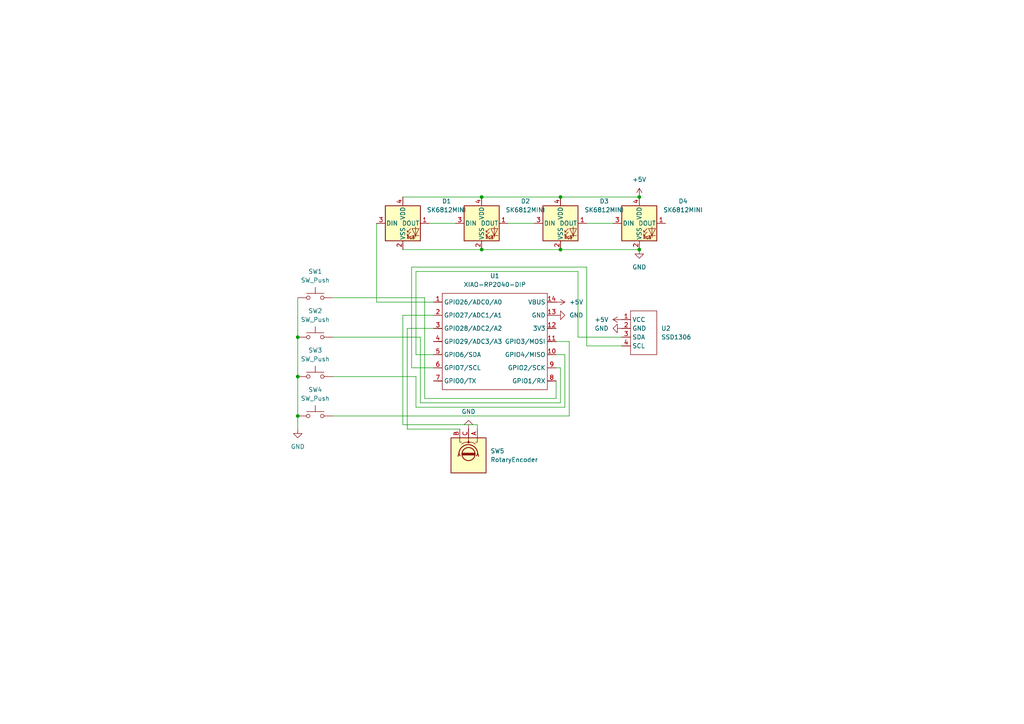
<source format=kicad_sch>
(kicad_sch (version 20250114) (generator "eeschema") (generator_version "9.0")
  (paper "A4")
  (lib_symbols
    (symbol "Device:RotaryEncoder" (pin_names (offset 0.254) (hide yes))
      (property "Reference" "SW" (at 0 6.604 0))
      (property "Value" "RotaryEncoder" (at 0 -6.604 0))
      (symbol "RotaryEncoder_0_1"
        (rectangle (start -5.08 5.08) (end 5.08 -5.08) (stroke (width 0.254)) (fill (type background)))
        (polyline (pts (xy -5.08 2.54) (xy -3.81 2.54) (xy -3.81 2.032)))
        (polyline (pts (xy -5.08 0) (xy -3.81 0) (xy -3.81 -1.016) (xy -3.302 -2.032)))
        (polyline (pts (xy -5.08 -2.54) (xy -3.81 -2.54) (xy -3.81 -2.032)))
        (polyline (pts (xy -4.318 0) (xy -3.81 0) (xy -3.81 1.016) (xy -3.302 2.032)))
        (circle (center -3.81 0) (radius 0.254) (fill (type outline)))
        (polyline (pts (xy -0.635 -1.778) (xy -0.635 1.778)) (stroke (width 0.254)))
        (circle (center -0.381 0) (radius 1.905) (stroke (width 0.254)))
        (polyline (pts (xy -0.381 -1.778) (xy -0.381 1.778)) (stroke (width 0.254)))
        (arc (start -0.381 -2.794) (mid -3.0988 -0.0635) (end -0.381 2.667) (stroke (width 0.254)))
        (polyline (pts (xy -0.127 1.778) (xy -0.127 -1.778)) (stroke (width 0.254)))
        (polyline (pts (xy 0.254 2.921) (xy -0.508 2.667) (xy 0.127 2.286)) (stroke (width 0.254)))
        (polyline (pts (xy 0.254 -3.048) (xy -0.508 -2.794) (xy 0.127 -2.413)) (stroke (width 0.254)))
      )
      (symbol "RotaryEncoder_1_1"
        (pin passive line (at -7.62 2.54 0) (length 2.54) (name "A") (number "A"))
        (pin passive line (at -7.62 0 0) (length 2.54) (name "C") (number "C"))
        (pin passive line (at -7.62 -2.54 0) (length 2.54) (name "B") (number "B"))
      )
    )
    (symbol "LED:SK6812MINI" (pin_names (offset 0.254))
      (property "Reference" "D" (at 5.08 5.715 0))
      (property "Value" "SK6812MINI" (at 1.27 -5.715 0))
      (symbol "SK6812MINI_0_0"
        (text "RGB" (at 2.286 -4.191 0) (effects (font (size 0.762 0.762))))
      )
      (symbol "SK6812MINI_0_1"
        (polyline (pts (xy 1.27 -2.54) (xy 1.778 -2.54)))
        (polyline (pts (xy 1.27 -3.556) (xy 1.778 -3.556)))
        (polyline (pts (xy 2.286 -1.524) (xy 1.27 -2.54) (xy 1.27 -2.032)))
        (polyline (pts (xy 2.286 -2.54) (xy 1.27 -3.556) (xy 1.27 -3.048)))
        (polyline (pts (xy 3.683 -1.016) (xy 3.683 -3.556) (xy 3.683 -4.064)))
        (polyline (pts (xy 4.699 -1.524) (xy 2.667 -1.524) (xy 3.683 -3.556) (xy 4.699 -1.524)))
        (polyline (pts (xy 4.699 -3.556) (xy 2.667 -3.556)))
        (rectangle (start 5.08 5.08) (end -5.08 -5.08) (stroke (width 0.254)) (fill (type background)))
      )
      (symbol "SK6812MINI_1_1"
        (pin input line (at -7.62 0 0) (length 2.54) (name "DIN") (number "3"))
        (pin power_in line (at 0 7.62 270) (length 2.54) (name "VDD") (number "4"))
        (pin power_in line (at 0 -7.62 90) (length 2.54) (name "VSS") (number "2"))
        (pin output line (at 7.62 0 180) (length 2.54) (name "DOUT") (number "1"))
      )
    )
    (symbol "OLED0.91:OLED_0.91"
      (property "Reference" "U" (at -4.318 4.826 0))
      (symbol "OLED_0.91_0_1"
        (rectangle (start 2.54 5.08) (end 10.16 -7.62))
      )
      (symbol "OLED_0.91_1_1"
        (pin passive line (at 0 2.54 0) (length 2.54) (name "VCC") (number "1"))
        (pin passive line (at 0 0 0) (length 2.54) (name "GND") (number "2"))
        (pin passive line (at 0 -2.54 0) (length 2.54) (name "SDA") (number "3"))
        (pin passive line (at 0 -5.08 0) (length 2.54) (name "SCL") (number "4"))
      )
    )
    (symbol "Seeed_Studio_XIAO_Series:XIAO-RP2040-DIP"
      (property "Reference" "U" (at 0 0 0))
      (property "Value" "XIAO-RP2040-DIP" (at 5.334 -1.778 0))
      (symbol "XIAO-RP2040-DIP_1_0"
        (polyline (pts (xy -1.27 -2.54) (xy 29.21 -2.54)) (stroke (width 0.1524)))
        (polyline (pts (xy -1.27 -5.08) (xy -2.54 -5.08)) (stroke (width 0.1524)))
        (polyline (pts (xy -1.27 -5.08) (xy -1.27 -2.54)) (stroke (width 0.1524)))
        (polyline (pts (xy -1.27 -8.89) (xy -2.54 -8.89)) (stroke (width 0.1524)))
        (polyline (pts (xy -1.27 -8.89) (xy -1.27 -5.08)) (stroke (width 0.1524)))
        (polyline (pts (xy -1.27 -12.7) (xy -2.54 -12.7)) (stroke (width 0.1524)))
        (polyline (pts (xy -1.27 -12.7) (xy -1.27 -8.89)) (stroke (width 0.1524)))
        (polyline (pts (xy -1.27 -16.51) (xy -2.54 -16.51)) (stroke (width 0.1524)))
        (polyline (pts (xy -1.27 -16.51) (xy -1.27 -12.7)) (stroke (width 0.1524)))
        (polyline (pts (xy -1.27 -20.32) (xy -2.54 -20.32)) (stroke (width 0.1524)))
        (polyline (pts (xy -1.27 -24.13) (xy -2.54 -24.13)) (stroke (width 0.1524)))
        (polyline (pts (xy -1.27 -27.94) (xy -2.54 -27.94)) (stroke (width 0.1524)))
        (polyline (pts (xy -1.27 -30.48) (xy -1.27 -16.51)) (stroke (width 0.1524)))
        (polyline (pts (xy 29.21 -2.54) (xy 29.21 -5.08)) (stroke (width 0.1524)))
        (polyline (pts (xy 29.21 -5.08) (xy 29.21 -8.89)) (stroke (width 0.1524)))
        (polyline (pts (xy 29.21 -8.89) (xy 29.21 -12.7)) (stroke (width 0.1524)))
        (polyline (pts (xy 29.21 -12.7) (xy 29.21 -30.48)) (stroke (width 0.1524)))
        (polyline (pts (xy 29.21 -30.48) (xy -1.27 -30.48)) (stroke (width 0.1524)))
        (polyline (pts (xy 30.48 -5.08) (xy 29.21 -5.08)) (stroke (width 0.1524)))
        (polyline (pts (xy 30.48 -8.89) (xy 29.21 -8.89)) (stroke (width 0.1524)))
        (polyline (pts (xy 30.48 -12.7) (xy 29.21 -12.7)) (stroke (width 0.1524)))
        (polyline (pts (xy 30.48 -16.51) (xy 29.21 -16.51)) (stroke (width 0.1524)))
        (polyline (pts (xy 30.48 -20.32) (xy 29.21 -20.32)) (stroke (width 0.1524)))
        (polyline (pts (xy 30.48 -24.13) (xy 29.21 -24.13)) (stroke (width 0.1524)))
        (polyline (pts (xy 30.48 -27.94) (xy 29.21 -27.94)) (stroke (width 0.1524)))
        (pin passive line (at -3.81 -5.08 0) (length 2.54) (name "GPIO26/ADC0/A0") (number "1"))
        (pin passive line (at -3.81 -8.89 0) (length 2.54) (name "GPIO27/ADC1/A1") (number "2"))
        (pin passive line (at -3.81 -12.7 0) (length 2.54) (name "GPIO28/ADC2/A2") (number "3"))
        (pin passive line (at -3.81 -16.51 0) (length 2.54) (name "GPIO29/ADC3/A3") (number "4"))
        (pin passive line (at -3.81 -20.32 0) (length 2.54) (name "GPIO6/SDA") (number "5"))
        (pin passive line (at -3.81 -24.13 0) (length 2.54) (name "GPIO7/SCL") (number "6"))
        (pin passive line (at -3.81 -27.94 0) (length 2.54) (name "GPIO0/TX") (number "7"))
        (pin passive line (at 31.75 -5.08 180) (length 2.54) (name "VBUS") (number "14"))
        (pin passive line (at 31.75 -8.89 180) (length 2.54) (name "GND") (number "13"))
        (pin passive line (at 31.75 -12.7 180) (length 2.54) (name "3V3") (number "12"))
        (pin passive line (at 31.75 -16.51 180) (length 2.54) (name "GPIO3/MOSI") (number "11"))
        (pin passive line (at 31.75 -20.32 180) (length 2.54) (name "GPIO4/MISO") (number "10"))
        (pin passive line (at 31.75 -24.13 180) (length 2.54) (name "GPIO2/SCK") (number "9"))
        (pin passive line (at 31.75 -27.94 180) (length 2.54) (name "GPIO1/RX") (number "8"))
      )
    )
    (symbol "Switch:SW_Push" (pin_numbers (hide yes)) (pin_names (offset 1.016) (hide yes))
      (property "Reference" "SW" (at 1.27 2.54 0))
      (property "Value" "SW_Push" (at 0 -1.524 0))
      (symbol "SW_Push_0_1"
        (circle (center -2.032 0) (radius 0.508))
        (polyline (pts (xy 0 1.27) (xy 0 3.048)))
        (circle (center 2.032 0) (radius 0.508))
        (polyline (pts (xy 2.54 1.27) (xy -2.54 1.27)))
        (pin passive line (at -5.08 0 0) (length 2.54) (name "1") (number "1"))
        (pin passive line (at 5.08 0 180) (length 2.54) (name "2") (number "2"))
      )
    )
    (symbol "power:+5V" (power) (pin_numbers (hide yes)) (pin_names (offset 0) (hide yes))
      (property "Value" "+5V" (at 0 3.556 0))
      (symbol "+5V_0_1"
        (polyline (pts (xy -0.762 1.27) (xy 0 2.54)))
        (polyline (pts (xy 0 2.54) (xy 0.762 1.27)))
        (polyline (pts (xy 0 0) (xy 0 2.54)))
      )
      (symbol "+5V_1_1"
        (pin power_in line (at 0 0 90) (length 0) (name "~") (number "1"))
      )
    )
    (symbol "power:GND" (power) (pin_numbers (hide yes)) (pin_names (offset 0) (hide yes))
      (property "Value" "GND" (at 0 -3.81 0))
      (symbol "GND_0_1"
        (polyline (pts (xy 0 0) (xy 0 -1.27) (xy 1.27 -1.27) (xy 0 -2.54) (xy -1.27 -1.27) (xy 0 -1.27)))
      )
      (symbol "GND_1_1"
        (pin power_in line (at 0 0 270) (length 0) (name "~") (number "1"))
      )
    )
  )
  (junction (at 185.42 57.15))
  (junction (at 162.56 72.39))
  (junction (at 162.56 57.15))
  (junction (at 139.7 57.15))
  (junction (at 86.36 120.65))
  (junction (at 86.36 109.22))
  (junction (at 86.36 97.79))
  (junction (at 139.7 72.39))
  (junction (at 185.42 72.39))
  (wire (pts (xy 96.52 86.36) (xy 123.19 86.36)))
  (wire (pts (xy 162.56 106.68) (xy 161.29 106.68)))
  (wire (pts (xy 162.56 116.84) (xy 162.56 106.68)))
  (wire (pts (xy 138.43 124.46) (xy 138.43 123.19)))
  (wire (pts (xy 161.29 115.57) (xy 161.29 110.49)))
  (wire (pts (xy 163.83 102.87) (xy 161.29 102.87)))
  (wire (pts (xy 120.65 78.74) (xy 120.65 102.87)))
  (wire (pts (xy 96.52 120.65) (xy 165.1 120.65)))
  (wire (pts (xy 180.34 97.79) (xy 167.64 97.79)))
  (wire (pts (xy 170.18 100.33) (xy 170.18 77.47)))
  (wire (pts (xy 133.35 124.46) (xy 118.11 124.46)))
  (wire (pts (xy 170.18 77.47) (xy 119.38 77.47)))
  (wire (pts (xy 163.83 118.11) (xy 163.83 102.87)))
  (wire (pts (xy 119.38 77.47) (xy 119.38 106.68)))
  (wire (pts (xy 109.22 87.63) (xy 125.73 87.63)))
  (wire (pts (xy 109.22 64.77) (xy 109.22 87.63)))
  (wire (pts (xy 86.36 97.79) (xy 86.36 109.22)))
  (wire (pts (xy 167.64 78.74) (xy 120.65 78.74)))
  (wire (pts (xy 139.7 57.15) (xy 162.56 57.15)))
  (wire (pts (xy 96.52 109.22) (xy 120.65 109.22)))
  (wire (pts (xy 116.84 57.15) (xy 139.7 57.15)))
  (wire (pts (xy 124.46 64.77) (xy 132.08 64.77)))
  (wire (pts (xy 121.92 116.84) (xy 162.56 116.84)))
  (wire (pts (xy 180.34 100.33) (xy 170.18 100.33)))
  (wire (pts (xy 165.1 99.06) (xy 161.29 99.06)))
  (wire (pts (xy 162.56 57.15) (xy 185.42 57.15)))
  (wire (pts (xy 138.43 123.19) (xy 116.84 123.19)))
  (wire (pts (xy 139.7 72.39) (xy 162.56 72.39)))
  (wire (pts (xy 118.11 124.46) (xy 118.11 95.25)))
  (wire (pts (xy 86.36 86.36) (xy 86.36 97.79)))
  (wire (pts (xy 123.19 86.36) (xy 123.19 115.57)))
  (wire (pts (xy 86.36 109.22) (xy 86.36 120.65)))
  (wire (pts (xy 162.56 72.39) (xy 185.42 72.39)))
  (wire (pts (xy 119.38 106.68) (xy 125.73 106.68)))
  (wire (pts (xy 116.84 123.19) (xy 116.84 91.44)))
  (wire (pts (xy 167.64 97.79) (xy 167.64 78.74)))
  (wire (pts (xy 118.11 95.25) (xy 125.73 95.25)))
  (wire (pts (xy 96.52 97.79) (xy 121.92 97.79)))
  (wire (pts (xy 121.92 97.79) (xy 121.92 116.84)))
  (wire (pts (xy 116.84 91.44) (xy 125.73 91.44)))
  (wire (pts (xy 123.19 115.57) (xy 161.29 115.57)))
  (wire (pts (xy 120.65 118.11) (xy 163.83 118.11)))
  (wire (pts (xy 165.1 120.65) (xy 165.1 99.06)))
  (wire (pts (xy 86.36 120.65) (xy 86.36 124.46)))
  (wire (pts (xy 120.65 109.22) (xy 120.65 118.11)))
  (wire (pts (xy 120.65 102.87) (xy 125.73 102.87)))
  (wire (pts (xy 116.84 72.39) (xy 139.7 72.39)))
  (wire (pts (xy 147.32 64.77) (xy 154.94 64.77)))
  (wire (pts (xy 170.18 64.77) (xy 177.8 64.77)))
  (symbol (lib_id "LED:SK6812MINI") (at 116.84 64.77 0) (unit 1)
    (property "Reference" "D1" (at 129.54 58.3498 0))
    (property "Value" "SK6812MINI" (at 129.54 60.8898 0))
    (property "Footprint" "LED_SMD:LED_SK6812MINI_PLCC4_3.5x3.5mm_P1.75mm" (effects (hide yes)))
    (property "Datasheet" "https://cdn-shop.adafruit.com/product-files/2686/SK6812MINI_REV.01-1-2.pdf" (effects (hide yes)))
    (property "Description" "RGB LED with integrated controller" (effects (hide yes)))
  )
  (symbol (lib_id "Device:RotaryEncoder") (at 135.89 132.08 270) (unit 1)
    (property "Reference" "SW5" (at 142.24 130.8099 90) (effects (justify left)))
    (property "Value" "RotaryEncoder" (at 142.24 133.3499 90) (effects (justify left)))
    (property "Footprint" "Rotary_Encoder:RotaryEncoder_Alps_EC11E_Vertical_H20mm" (effects (hide yes)))
    (property "Description" "Rotary encoder, dual channel, incremental quadrate outputs" (effects (hide yes)))
  )
  (symbol (lib_id "power:GND") (at 161.29 91.44 90) (unit 1)
    (property "Reference" "#PWR07" (effects (hide yes)))
    (property "Value" "GND" (at 165.1 91.4399 90) (effects (justify right)))
    (property "Description" "Power symbol creates a global label with name \"GND\" , ground" (effects (hide yes)))
  )
  (symbol (lib_id "Switch:SW_Push") (at 91.44 86.36 0) (unit 1)
    (property "Reference" "SW1" (at 91.44 78.74 0))
    (property "Value" "SW_Push" (at 91.44 81.28 0))
    (property "Footprint" "Button_Switch_Keyboard:SW_Cherry_MX_1.00u_PCB" (effects (hide yes)))
    (property "Description" "Push button switch, generic, two pins" (effects (hide yes)))
  )
  (symbol (lib_id "Seeed_Studio_XIAO_Series:XIAO-RP2040-DIP") (at 129.54 82.55 0) (unit 1)
    (property "Reference" "U1" (at 143.51 80.01 0))
    (property "Value" "XIAO-RP2040-DIP" (at 143.51 82.55 0))
    (property "Footprint" "Seeed Studio XIAO Series Library:XIAO-RP2040-DIP" (effects (hide yes)))
  )
  (symbol (lib_id "Switch:SW_Push") (at 91.44 109.22 0) (unit 1)
    (property "Reference" "SW3" (at 91.44 101.6 0))
    (property "Value" "SW_Push" (at 91.44 104.14 0))
    (property "Footprint" "Button_Switch_Keyboard:SW_Cherry_MX_1.00u_PCB" (effects (hide yes)))
    (property "Description" "Push button switch, generic, two pins" (effects (hide yes)))
  )
  (symbol (lib_id "power:+5V") (at 185.42 57.15 0) (unit 1)
    (property "Reference" "#PWR01" (effects (hide yes)))
    (property "Value" "+5V" (at 185.42 52.07 0))
    (property "Description" "Power symbol creates a global label with name \"+5V\"" (effects (hide yes)))
  )
  (symbol (lib_id "OLED0.91:OLED_0.91") (at 180.34 95.25 0) (unit 1)
    (property "Reference" "U2" (at 191.77 95.2499 0) (effects (justify left)))
    (property "Value" "SSD1306" (at 191.77 97.7899 0) (effects (justify left)))
    (property "Footprint" "KiCad-SSD1306-0.91-OLED-4pin-128x32.pretty-master:SSD1306-0.91-OLED-4pin-128x32" (effects (hide yes)))
  )
  (symbol (lib_id "LED:SK6812MINI") (at 185.42 64.77 0) (unit 1)
    (property "Reference" "D4" (at 198.12 58.3498 0))
    (property "Value" "SK6812MINI" (at 198.12 60.8898 0))
    (property "Footprint" "LED_SMD:LED_SK6812MINI_PLCC4_3.5x3.5mm_P1.75mm" (effects (hide yes)))
    (property "Datasheet" "https://cdn-shop.adafruit.com/product-files/2686/SK6812MINI_REV.01-1-2.pdf" (effects (hide yes)))
    (property "Description" "RGB LED with integrated controller" (effects (hide yes)))
  )
  (symbol (lib_id "power:GND") (at 185.42 72.39 0) (unit 1)
    (property "Reference" "#PWR08" (effects (hide yes)))
    (property "Value" "GND" (at 185.42 77.47 0))
    (property "Description" "Power symbol creates a global label with name \"GND\" , ground" (effects (hide yes)))
  )
  (symbol (lib_id "power:GND") (at 180.34 95.25 270) (unit 1)
    (property "Reference" "#PWR04" (effects (hide yes)))
    (property "Value" "GND" (at 176.53 95.2499 90) (effects (justify right)))
    (property "Description" "Power symbol creates a global label with name \"GND\" , ground" (effects (hide yes)))
  )
  (symbol (lib_id "power:+5V") (at 161.29 87.63 270) (unit 1)
    (property "Reference" "#PWR03" (effects (hide yes)))
    (property "Value" "+5V" (at 165.1 87.6299 90) (effects (justify left)))
    (property "Description" "Power symbol creates a global label with name \"+5V\"" (effects (hide yes)))
  )
  (symbol (lib_id "LED:SK6812MINI") (at 162.56 64.77 0) (unit 1)
    (property "Reference" "D3" (at 175.26 58.3498 0))
    (property "Value" "SK6812MINI" (at 175.26 60.8898 0))
    (property "Footprint" "LED_SMD:LED_SK6812MINI_PLCC4_3.5x3.5mm_P1.75mm" (effects (hide yes)))
    (property "Datasheet" "https://cdn-shop.adafruit.com/product-files/2686/SK6812MINI_REV.01-1-2.pdf" (effects (hide yes)))
    (property "Description" "RGB LED with integrated controller" (effects (hide yes)))
  )
  (symbol (lib_id "Switch:SW_Push") (at 91.44 120.65 0) (unit 1)
    (property "Reference" "SW4" (at 91.44 113.03 0))
    (property "Value" "SW_Push" (at 91.44 115.57 0))
    (property "Footprint" "Button_Switch_Keyboard:SW_Cherry_MX_1.00u_PCB" (effects (hide yes)))
    (property "Description" "Push button switch, generic, two pins" (effects (hide yes)))
  )
  (symbol (lib_id "power:+5V") (at 180.34 92.71 90) (unit 1)
    (property "Reference" "#PWR02" (effects (hide yes)))
    (property "Value" "+5V" (at 176.53 92.7099 90) (effects (justify left)))
    (property "Description" "Power symbol creates a global label with name \"+5V\"" (effects (hide yes)))
  )
  (symbol (lib_id "LED:SK6812MINI") (at 139.7 64.77 0) (unit 1)
    (property "Reference" "D2" (at 152.4 58.3498 0))
    (property "Value" "SK6812MINI" (at 152.4 60.8898 0))
    (property "Footprint" "LED_SMD:LED_SK6812MINI_PLCC4_3.5x3.5mm_P1.75mm" (effects (hide yes)))
    (property "Datasheet" "https://cdn-shop.adafruit.com/product-files/2686/SK6812MINI_REV.01-1-2.pdf" (effects (hide yes)))
    (property "Description" "RGB LED with integrated controller" (effects (hide yes)))
  )
  (symbol (lib_id "power:GND") (at 135.89 124.46 180) (unit 1)
    (property "Reference" "#PWR05" (effects (hide yes)))
    (property "Value" "GND" (at 135.89 119.38 0))
    (property "Description" "Power symbol creates a global label with name \"GND\" , ground" (effects (hide yes)))
  )
  (symbol (lib_id "Switch:SW_Push") (at 91.44 97.79 0) (unit 1)
    (property "Reference" "SW2" (at 91.44 90.17 0))
    (property "Value" "SW_Push" (at 91.44 92.71 0))
    (property "Footprint" "Button_Switch_Keyboard:SW_Cherry_MX_1.00u_PCB" (effects (hide yes)))
    (property "Description" "Push button switch, generic, two pins" (effects (hide yes)))
  )
  (symbol (lib_id "power:GND") (at 86.36 124.46 0) (unit 1)
    (property "Reference" "#PWR06" (effects (hide yes)))
    (property "Value" "GND" (at 86.36 129.54 0))
    (property "Description" "Power symbol creates a global label with name \"GND\" , ground" (effects (hide yes)))
  )
)
</source>
